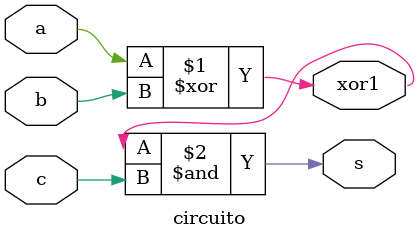
<source format=v>
module circuito(a, b, c, xor1, s);

	input a, b, c;
	output xor1, s;

	xor(xor1, a, b);
	and(s, xor1, c);

endmodule

</source>
